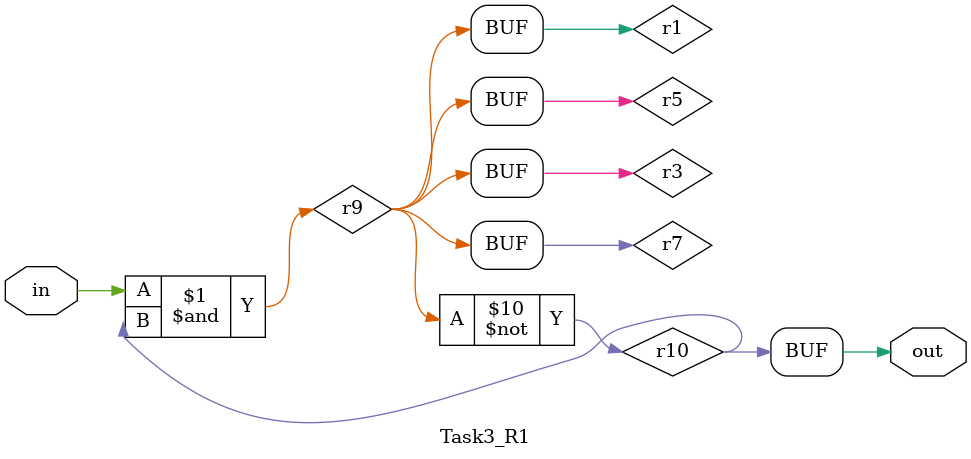
<source format=v>
`timescale 1ns / 1ps


module Task3_R1(input in, output out);
(* ALLOW_COMBINATIONAL_LOOPS = "TRUE" *)
  (* DONT_TOUCH = "TRUE" *)  wire r1, r2, r3, r4, r5, r6, r7, r8, r9, r10;
      
  //2nd R0 lvl 6
  begin
      and #5 (r1, in, r10);
      not #5 (r2, r1);
      not #5 (r3, r2);
      not #5 (r4, r3);
      not #5 (r5, r4);
      not #5 (r6, r5);
      not #5 (r7, r6);
      not #5 (r8, r7);
      not #5 (r9, r8);
      not #5 (out, r9);
      assign r10 = out;
  end
  
  
endmodule

</source>
